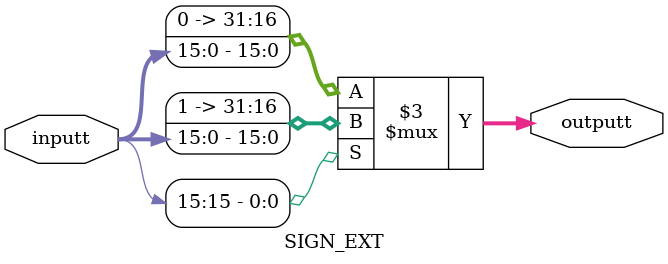
<source format=sv>
module SIGN_EXT #(parameter int bits = 16) (
  input logic [bits-1:0] inputt,
  output logic [2*bits-1:0] outputt
);

  always_comb begin
    // Check the MSB of the 16 bit input
    if (inputt[bits-1]) begin
      // If MSB is '1', fill the upper 16 bits of the output with '1's
      outputt = {16'hFFFF, inputt};
    end else begin
      // If MSB is '0', fill the upper 16 bits of the output with '0's
      outputt = {16'h0000, inputt};
    end
  end

endmodule


</source>
